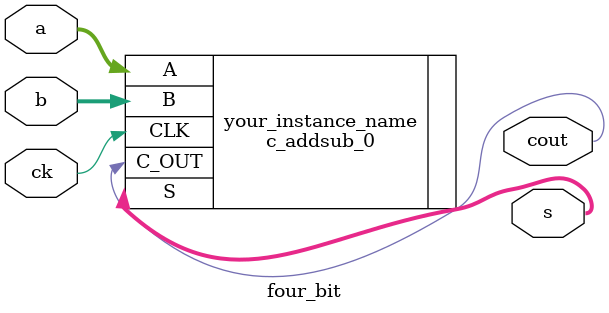
<source format=v>
`timescale 1ns / 1ps


module four_bit(
    input [3:0] a,b,
    input ck,
    output [3:0] s,
    output cout
    );
   c_addsub_0 your_instance_name (
     .A(a),          // input wire [3 : 0] A
     .B(b),          // input wire [3 : 0] B
     .CLK(ck),      // input wire CLK
     .C_OUT(cout),  // output wire C_OUT
     .S(s)          // output wire [3 : 0] S
);
endmodule

</source>
